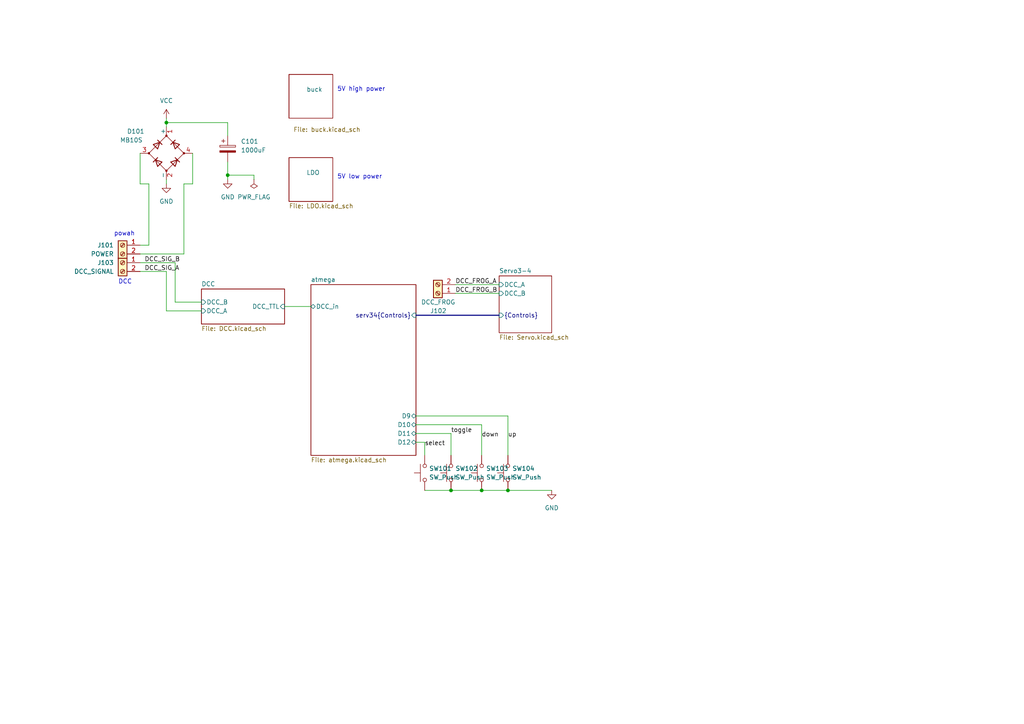
<source format=kicad_sch>
(kicad_sch (version 20230121) (generator eeschema)
  (paper "A4")
  (title_block (title "OS-ServoDriver") (company "Train-Science"))
  (lib_symbols
    (symbol "Connector:Screw_Terminal_01x02" (pin_names (offset 1.016) hide)
      (property "Reference" "J" (at 0 2.54 0))
      (property "Value" "Screw_Terminal_01x02" (at 0 -5.08 0))
      (symbol "Screw_Terminal_01x02_1_1"
        (rectangle (start -1.27 1.27) (end 1.27 -3.81) (stroke (width 0.254)) (fill (type background)))
        (circle (center 0 -2.54) (radius 0.635) (stroke (width 0.1524)))
        (polyline (pts (xy -0.5334 -2.2098) (xy 0.3302 -3.048)) (stroke (width 0.1524)))
        (polyline (pts (xy -0.5334 0.3302) (xy 0.3302 -0.508)) (stroke (width 0.1524)))
        (polyline (pts (xy -0.3556 -2.032) (xy 0.508 -2.8702)) (stroke (width 0.1524)))
        (polyline (pts (xy -0.3556 0.508) (xy 0.508 -0.3302)) (stroke (width 0.1524)))
        (circle (center 0 0) (radius 0.635) (stroke (width 0.1524)))
        (pin passive line (at -5.08 0 0) (length 3.81) (name "Pin_1") (number "1"))
        (pin passive line (at -5.08 -2.54 0) (length 3.81) (name "Pin_2") (number "2"))
      )
    )
    (symbol "Device:C_Polarized" (pin_numbers hide) (pin_names (offset 0.254))
      (property "Reference" "C" (at 0.635 2.54 0))
      (property "Value" "C_Polarized" (at 0.635 -2.54 0))
      (symbol "C_Polarized_0_1"
        (rectangle (start -2.286 0.508) (end 2.286 1.016))
        (polyline (pts (xy -1.778 2.286) (xy -0.762 2.286)))
        (polyline (pts (xy -1.27 2.794) (xy -1.27 1.778)))
        (rectangle (start 2.286 -0.508) (end -2.286 -1.016) (fill (type outline)))
      )
      (symbol "C_Polarized_1_1"
        (pin passive line (at 0 3.81 270) (length 2.794) (name "~") (number "1"))
        (pin passive line (at 0 -3.81 90) (length 2.794) (name "~") (number "2"))
      )
    )
    (symbol "custom_kicad_lib_sk:MB10S" (pin_names (offset 0))
      (property "Reference" "D" (at 2.54 6.985 0))
      (property "Value" "MB10S" (at 2.54 5.08 0))
      (symbol "MB10S_0_1"
        (circle (center -5.08 0) (radius 0.254) (fill (type outline)))
        (circle (center 0 -5.08) (radius 0.254) (fill (type outline)))
        (polyline (pts (xy -2.54 3.81) (xy -1.27 2.54)) (stroke (width 0.254)))
        (polyline (pts (xy -1.27 -2.54) (xy -2.54 -3.81)) (stroke (width 0.254)))
        (polyline (pts (xy 2.54 -1.27) (xy 3.81 -2.54)) (stroke (width 0.254)))
        (polyline (pts (xy 2.54 1.27) (xy 3.81 2.54)) (stroke (width 0.254)))
        (polyline (pts (xy -3.81 2.54) (xy -2.54 1.27) (xy -1.905 3.175) (xy -3.81 2.54)) (stroke (width 0.254)))
        (polyline (pts (xy -2.54 -1.27) (xy -3.81 -2.54) (xy -1.905 -3.175) (xy -2.54 -1.27)) (stroke (width 0.254)))
        (polyline (pts (xy 1.27 2.54) (xy 2.54 3.81) (xy 3.175 1.905) (xy 1.27 2.54)) (stroke (width 0.254)))
        (polyline (pts (xy 3.175 -1.905) (xy 1.27 -2.54) (xy 2.54 -3.81) (xy 3.175 -1.905)) (stroke (width 0.254)))
        (polyline (pts (xy -5.08 0) (xy 0 -5.08) (xy 5.08 0) (xy 0 5.08) (xy -5.08 0)))
        (circle (center 0 5.08) (radius 0.254) (fill (type outline)))
        (circle (center 5.08 0) (radius 0.254) (fill (type outline)))
      )
      (symbol "MB10S_1_1"
        (pin passive line (at 7.62 0 180) (length 2.54) (name "+") (number "1"))
        (pin passive line (at -7.62 0 0) (length 2.54) (name "-") (number "2"))
        (pin passive line (at 0 7.62 270) (length 2.54) (name "~") (number "3"))
        (pin passive line (at 0 -7.62 90) (length 2.54) (name "~") (number "4"))
      )
    )
    (symbol "custom_kicad_lib_sk:tactile_SMD_6mm" (pin_numbers hide) (pin_names (offset 1.016) hide)
      (property "Reference" "SW" (at 1.27 2.54 0))
      (property "Value" "SW_Push" (at 0 -1.524 0))
      (symbol "tactile_SMD_6mm_0_1"
        (circle (center -2.032 0) (radius 0.508))
        (polyline (pts (xy 0 1.27) (xy 0 3.048)))
        (polyline (pts (xy 2.54 1.27) (xy -2.54 1.27)))
        (circle (center 2.032 0) (radius 0.508))
        (pin passive line (at -5.08 0 0) (length 2.54) (name "1") (number "1"))
        (pin passive line (at 5.08 0 180) (length 2.54) (name "2") (number "2"))
      )
    )
    (symbol "power:GND" (power) (pin_names (offset 0))
      (property "Value" "GND" (at 0 -3.81 0))
      (symbol "GND_0_1"
        (polyline (pts (xy 0 0) (xy 0 -1.27) (xy 1.27 -1.27) (xy 0 -2.54) (xy -1.27 -1.27) (xy 0 -1.27)))
      )
      (symbol "GND_1_1"
        (pin power_in line (at 0 0 270) (length 0) hide (name "GND") (number "1"))
      )
    )
    (symbol "power:PWR_FLAG" (power) (pin_numbers hide) (pin_names (offset 0) hide)
      (property "Value" "PWR_FLAG" (at 0 3.81 0))
      (symbol "PWR_FLAG_0_0"
        (pin power_out line (at 0 0 90) (length 0) (name "pwr") (number "1"))
      )
      (symbol "PWR_FLAG_0_1"
        (polyline (pts (xy 0 0) (xy 0 1.27) (xy -1.016 1.905) (xy 0 2.54) (xy 1.016 1.905) (xy 0 1.27)))
      )
    )
    (symbol "power:VCC" (power) (pin_names (offset 0))
      (property "Value" "VCC" (at 0 3.81 0))
      (symbol "VCC_0_1"
        (polyline (pts (xy -0.762 1.27) (xy 0 2.54)))
        (polyline (pts (xy 0 0) (xy 0 2.54)))
        (polyline (pts (xy 0 2.54) (xy 0.762 1.27)))
      )
      (symbol "VCC_1_1"
        (pin power_in line (at 0 0 90) (length 0) hide (name "VCC") (number "1"))
      )
    )
  )
  (bus_alias "Controls" (members "Servo1" "Servo2" "Relay1" "Relay2" "Relay3" "Relay4"))
  (junction (at 48.26 35.56))
  (junction (at 130.81 142.24))
  (junction (at 139.7 142.24))
  (junction (at 147.32 142.24))
  (junction (at 66.04 50.8))
  (wire (pts (xy 82.55 88.9) (xy 90.17 88.9)))
  (wire (pts (xy 66.04 50.8) (xy 73.66 50.8)))
  (wire (pts (xy 66.04 50.8) (xy 66.04 52.07)))
  (wire (pts (xy 48.26 90.17) (xy 58.42 90.17)))
  (wire (pts (xy 50.8 76.2) (xy 50.8 87.63)))
  (wire (pts (xy 139.7 123.19) (xy 139.7 132.08)))
  (wire (pts (xy 123.19 142.24) (xy 130.81 142.24)))
  (wire (pts (xy 132.08 85.09) (xy 144.78 85.09)))
  (wire (pts (xy 132.08 82.55) (xy 144.78 82.55)))
  (wire (pts (xy 120.65 125.73) (xy 130.81 125.73)))
  (wire (pts (xy 120.65 123.19) (xy 139.7 123.19)))
  (wire (pts (xy 53.34 73.66) (xy 53.34 53.34)))
  (wire (pts (xy 147.32 120.65) (xy 147.32 132.08)))
  (wire (pts (xy 48.26 36.83) (xy 48.26 35.56)))
  (wire (pts (xy 50.8 87.63) (xy 58.42 87.63)))
  (wire (pts (xy 40.64 76.2) (xy 50.8 76.2)))
  (wire (pts (xy 130.81 142.24) (xy 139.7 142.24)))
  (wire (pts (xy 123.19 128.27) (xy 120.65 128.27)))
  (wire (pts (xy 120.65 120.65) (xy 147.32 120.65)))
  (wire (pts (xy 66.04 46.99) (xy 66.04 50.8)))
  (wire (pts (xy 73.66 52.07) (xy 73.66 50.8)))
  (wire (pts (xy 55.88 53.34) (xy 55.88 44.45)))
  (wire (pts (xy 40.64 71.12) (xy 43.18 71.12)))
  (wire (pts (xy 147.32 142.24) (xy 160.02 142.24)))
  (wire (pts (xy 48.26 53.34) (xy 48.26 52.07)))
  (wire (pts (xy 139.7 142.24) (xy 147.32 142.24)))
  (wire (pts (xy 40.64 73.66) (xy 53.34 73.66)))
  (wire (pts (xy 53.34 53.34) (xy 55.88 53.34)))
  (wire (pts (xy 40.64 78.74) (xy 48.26 78.74)))
  (wire (pts (xy 66.04 35.56) (xy 66.04 39.37)))
  (wire (pts (xy 43.18 71.12) (xy 43.18 53.34)))
  (wire (pts (xy 40.64 44.45) (xy 40.64 53.34)))
  (wire (pts (xy 48.26 78.74) (xy 48.26 90.17)))
  (wire (pts (xy 43.18 53.34) (xy 40.64 53.34)))
  (wire (pts (xy 48.26 35.56) (xy 66.04 35.56)))
  (bus (pts (xy 120.65 91.44) (xy 144.78 91.44)))
  (wire (pts (xy 48.26 34.29) (xy 48.26 35.56)))
  (wire (pts (xy 123.19 132.08) (xy 123.19 128.27)))
  (wire (pts (xy 130.81 132.08) (xy 130.81 125.73)))
  (text "powah" (at 33.02 68.58 0) (effects (font (size 1.27 1.27)) (justify left bottom)))
  (text "5V high power" (at 97.79 26.67 0) (effects (font (size 1.27 1.27)) (justify left bottom)))
  (text "DCC" (at 34.29 82.55 0) (effects (font (size 1.27 1.27)) (justify left bottom)))
  (text "5V low power" (at 97.79 52.07 0) (effects (font (size 1.27 1.27)) (justify left bottom)))
  (label "toggle" (at 130.81 125.73 0))
  (label "DCC_SIG_A" (at 41.91 78.74 0))
  (label "down" (at 139.7 127 0))
  (label "up" (at 147.32 127 0))
  (label "DCC_SIG_B" (at 41.91 76.2 0))
  (label "select" (at 123.19 129.54 0))
  (label "DCC_FROG_A" (at 132.08 82.55 0))
  (label "DCC_FROG_B" (at 132.08 85.09 0))
  (symbol (lib_id "custom_kicad_lib_sk:tactile_SMD_6mm") (at 123.19 137.16 90) (unit 1)
    (property "Reference" "SW101" (at 124.46 135.89 90) (effects (justify right)))
    (property "Value" "SW_Push" (at 124.46 138.43 90) (effects (justify right)))
    (property "Footprint" "custom_kicad_lib_sk:tactile_SMD_6mm" (effects hide))
    (property "JLCPCB Part#" "C294567" (effects hide))
  )
  (symbol (lib_id "Device:C_Polarized") (at 66.04 43.18 0) (unit 1)
    (property "Reference" "C101" (at 69.85 41.021 0) (effects (justify left)))
    (property "Value" "1000uF" (at 69.85 43.561 0) (effects (justify left)))
    (property "Footprint" "Capacitor_SMD:CP_Elec_8x10.5" (effects hide))
    (property "JLCPCB Part#" "C5162347" (effects hide))
  )
  (symbol (lib_id "power:PWR_FLAG") (at 73.66 52.07 180) (unit 1)
    (property "Reference" "#FLG0703" (effects hide))
    (property "Value" "PWR_FLAG" (at 73.66 57.15 0))
  )
  (symbol (lib_id "custom_kicad_lib_sk:tactile_SMD_6mm") (at 147.32 137.16 90) (unit 1)
    (property "Reference" "SW104" (at 148.59 135.89 90) (effects (justify right)))
    (property "Value" "SW_Push" (at 148.59 138.43 90) (effects (justify right)))
    (property "Footprint" "custom_kicad_lib_sk:tactile_SMD_6mm" (effects hide))
    (property "JLCPCB Part#" "C294567" (effects hide))
  )
  (symbol (lib_id "Connector:Screw_Terminal_01x02") (at 127 85.09 180) (unit 1)
    (property "Reference" "J102" (at 129.54 90.17 0) (effects (justify left)))
    (property "Value" "DCC_FROG" (at 132.08 87.63 0) (effects (justify left)))
    (property "Footprint" "TerminalBlock_Phoenix:TerminalBlock_Phoenix_MKDS-1,5-2-5.08_1x02_P5.08mm_Horizontal" (effects hide))
    (property "JLCPCB Part#" "C8465" (effects hide))
  )
  (symbol (lib_id "power:GND") (at 66.04 52.07 0) (unit 1)
    (property "Reference" "#PWR0101" (effects hide))
    (property "Value" "GND" (at 66.04 57.15 0))
  )
  (symbol (lib_id "power:VCC") (at 48.26 34.29 0) (unit 1)
    (property "Reference" "#PWR0708" (effects hide))
    (property "Value" "VCC" (at 48.26 29.21 0))
  )
  (symbol (lib_id "custom_kicad_lib_sk:tactile_SMD_6mm") (at 139.7 137.16 90) (unit 1)
    (property "Reference" "SW103" (at 140.97 135.89 90) (effects (justify right)))
    (property "Value" "SW_Push" (at 140.97 138.43 90) (effects (justify right)))
    (property "Footprint" "custom_kicad_lib_sk:tactile_SMD_6mm" (effects hide))
    (property "JLCPCB Part#" "C294567" (effects hide))
  )
  (symbol (lib_id "power:GND") (at 48.26 53.34 0) (unit 1)
    (property "Reference" "#PWR0709" (effects hide))
    (property "Value" "GND" (at 48.26 58.42 0))
  )
  (symbol (lib_id "custom_kicad_lib_sk:tactile_SMD_6mm") (at 130.81 137.16 90) (unit 1)
    (property "Reference" "SW102" (at 132.08 135.89 90) (effects (justify right)))
    (property "Value" "SW_Push" (at 132.08 138.43 90) (effects (justify right)))
    (property "Footprint" "custom_kicad_lib_sk:tactile_SMD_6mm" (effects hide))
    (property "JLCPCB Part#" "C294567" (effects hide))
  )
  (symbol (lib_id "power:GND") (at 160.02 142.24 0) (unit 1)
    (property "Reference" "#PWR0701" (effects hide))
    (property "Value" "GND" (at 160.02 147.32 0))
  )
  (symbol (lib_id "Connector:Screw_Terminal_01x02") (at 35.56 76.2 0) (mirror y) (unit 1)
    (property "Reference" "J103" (at 33.02 76.2 0) (effects (justify left)))
    (property "Value" "DCC_SIGNAL" (at 33.02 78.74 0) (effects (justify left)))
    (property "Footprint" "TerminalBlock_Phoenix:TerminalBlock_Phoenix_MKDS-1,5-2-5.08_1x02_P5.08mm_Horizontal" (effects hide))
    (property "JLCPCB Part#" "C8465" (effects hide))
  )
  (symbol (lib_id "custom_kicad_lib_sk:MB10S") (at 48.26 44.45 90) (unit 1)
    (property "Reference" "D101" (at 39.37 38.1 90))
    (property "Value" "MB10S" (at 38.1 40.64 90))
    (property "Footprint" "Package_TO_SOT_SMD:TO-269AA" (effects hide))
    (property "JLCPCB Part#" "C2488" (effects hide))
  )
  (symbol (lib_id "Connector:Screw_Terminal_01x02") (at 35.56 71.12 0) (mirror y) (unit 1)
    (property "Reference" "J101" (at 33.02 71.12 0) (effects (justify left)))
    (property "Value" "POWER" (at 33.02 73.66 0) (effects (justify left)))
    (property "Footprint" "TerminalBlock_Phoenix:TerminalBlock_Phoenix_MKDS-1,5-2-5.08_1x02_P5.08mm_Horizontal" (effects hide))
    (property "JLCPCB Part#" "C8465" (effects hide))
  )
  (sheet (at 83.82 21.59) (size 12.7 12.7) (stroke (width 0.1524))
    (property "Sheetname" "buck" (at 88.9 26.67 0) (effects (justify left bottom)))
    (property "Sheetfile" "buck.kicad_sch" (at 85.09 36.83 0) (effects (justify left top)))
  )
  (sheet (at 83.82 45.72) (size 12.7 12.7) (stroke (width 0.1524))
    (property "Sheetname" "LDO" (at 88.9 50.8 0) (effects (justify left bottom)))
    (property "Sheetfile" "LDO.kicad_sch" (at 83.82 59.0046 0) (effects (justify left top)))
  )
  (sheet (at 144.78 80.01) (size 15.24 16.51) (stroke (width 0.1524))
    (property "Sheetname" "Servo3-4" (at 144.78 79.2984 0) (effects (justify left bottom)))
    (property "Sheetfile" "Servo.kicad_sch" (at 144.78 97.1046 0) (effects (justify left top)))
    (pin "DCC_A" input (at 144.78 82.55 180))
    (pin "DCC_B" input (at 144.78 85.09 180))
    (pin "{Controls}" input (at 144.78 91.44 180))
  )
  (sheet (at 90.17 82.55) (size 30.48 49.53) (stroke (width 0.1524))
    (property "Sheetname" "atmega" (at 90.17 81.8384 0) (effects (justify left bottom)))
    (property "Sheetfile" "atmega.kicad_sch" (at 90.17 132.6646 0) (effects (justify left top)))
    (pin "DCC_in" bidirectional (at 90.17 88.9 180))
    (pin "D9" bidirectional (at 120.65 120.65 0))
    (pin "D11" bidirectional (at 120.65 125.73 0))
    (pin "D10" bidirectional (at 120.65 123.19 0))
    (pin "D12" bidirectional (at 120.65 128.27 0))
    (pin "serv34{Controls}" input (at 120.65 91.44 0))
  )
  (sheet (at 58.42 83.82) (size 24.13 10.16) (stroke (width 0.1524))
    (property "Sheetname" "DCC" (at 58.42 83.1084 0) (effects (justify left bottom)))
    (property "Sheetfile" "DCC.kicad_sch" (at 58.42 94.5646 0) (effects (justify left top)))
    (pin "DCC_B" input (at 58.42 87.63 180))
    (pin "DCC_A" input (at 58.42 90.17 180))
    (pin "DCC_TTL" input (at 82.55 88.9 0))
  )
)
</source>
